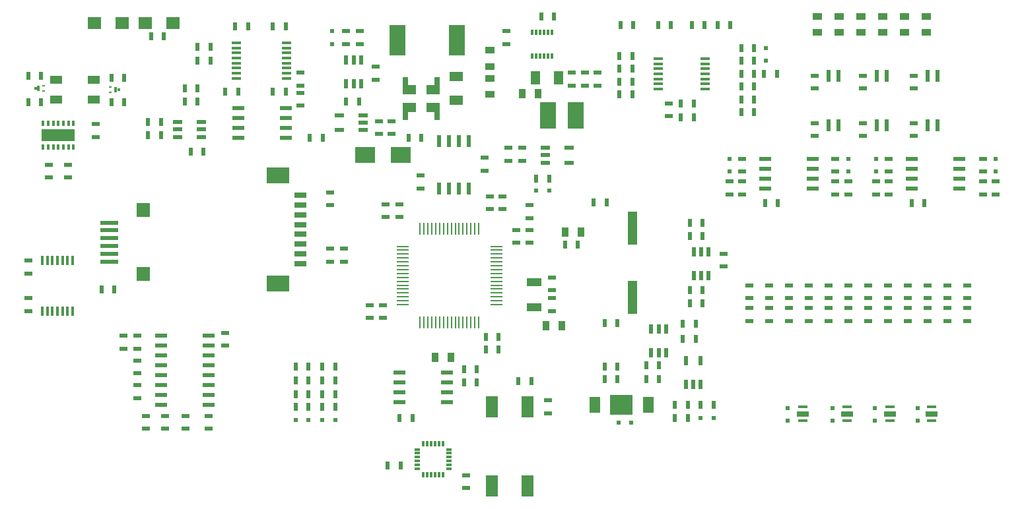
<source format=gbr>
%TF.GenerationSoftware,KiCad,Pcbnew,7.0.8*%
%TF.CreationDate,2024-06-23T22:33:46+02:00*%
%TF.ProjectId,Stima V4 Slave R1_1,5374696d-6120-4563-9420-536c61766520,rev?*%
%TF.SameCoordinates,Original*%
%TF.FileFunction,Paste,Top*%
%TF.FilePolarity,Positive*%
%FSLAX46Y46*%
G04 Gerber Fmt 4.6, Leading zero omitted, Abs format (unit mm)*
G04 Created by KiCad (PCBNEW 7.0.8) date 2024-06-23 22:33:46*
%MOMM*%
%LPD*%
G01*
G04 APERTURE LIST*
%ADD10R,1.500000X2.800000*%
%ADD11R,1.300000X0.400000*%
%ADD12R,0.300000X0.700000*%
%ADD13R,0.700000X0.300000*%
%ADD14R,4.250000X1.650000*%
%ADD15R,0.400000X0.800000*%
%ADD16R,1.200000X0.400000*%
%ADD17R,1.200000X1.800000*%
%ADD18R,1.900000X1.100000*%
%ADD19R,1.200000X0.600000*%
%ADD20R,0.300000X0.800000*%
%ADD21R,0.600000X1.200000*%
%ADD22R,0.400000X1.300000*%
%ADD23R,1.600000X0.600000*%
%ADD24R,0.600000X1.600000*%
%ADD25R,1.500000X0.280000*%
%ADD26R,0.280000X1.500000*%
%ADD27R,1.000000X0.600000*%
%ADD28R,0.600000X1.000000*%
%ADD29R,1.270000X0.900000*%
%ADD30R,1.800000X1.600000*%
%ADD31R,0.700000X2.300000*%
%ADD32R,1.700000X1.300000*%
%ADD33R,1.100000X3.400000*%
%ADD34R,0.980000X3.400000*%
%ADD35R,1.600000X1.000000*%
%ADD36R,1.500000X0.600000*%
%ADD37R,1.800000X1.200000*%
%ADD38R,1.600000X0.800000*%
%ADD39R,3.000000X2.100000*%
%ADD40R,1.400000X2.000000*%
%ADD41R,2.900000X2.500000*%
%ADD42R,1.200000X0.450000*%
%ADD43R,0.600000X0.600000*%
%ADD44R,2.500000X2.000000*%
%ADD45R,0.450000X0.250000*%
%ADD46R,0.400000X0.300000*%
%ADD47R,2.000000X4.000000*%
%ADD48R,0.900000X1.270000*%
%ADD49R,1.200000X4.300000*%
G04 APERTURE END LIST*
D10*
%TO.C,SW1*%
X146215100Y-129006600D03*
X146215100Y-139166600D03*
X150787100Y-129006600D03*
X150787100Y-139166600D03*
%TD*%
D11*
%TO.C,U16*%
X173551100Y-84302600D03*
X173551100Y-84952600D03*
X173551100Y-85602600D03*
X173551100Y-86252600D03*
X173551100Y-86902600D03*
X173551100Y-87552600D03*
X173551100Y-88202600D03*
X167551100Y-88202600D03*
X167551100Y-87552600D03*
X167551100Y-86902600D03*
X167551100Y-86252600D03*
X167551100Y-85602600D03*
X167551100Y-84952600D03*
X167551100Y-84302600D03*
%TD*%
D12*
%TO.C,U11*%
X137440100Y-133717600D03*
X137940100Y-133717600D03*
X138440100Y-133717600D03*
X138940100Y-133717600D03*
X139440100Y-133717600D03*
X139940100Y-133717600D03*
D13*
X140690100Y-134467600D03*
X140690100Y-134967600D03*
X140690100Y-135467600D03*
X140690100Y-135967600D03*
X140690100Y-136467600D03*
X140690100Y-136967590D03*
D12*
X139940100Y-137717600D03*
X139440100Y-137717600D03*
X138940100Y-137717600D03*
X138440100Y-137717600D03*
X137940100Y-137717600D03*
X137440100Y-137717600D03*
D13*
X136690100Y-136967590D03*
X136690100Y-136467600D03*
X136690100Y-135967600D03*
X136690100Y-135467600D03*
X136690100Y-134967600D03*
X136690100Y-134467600D03*
%TD*%
D14*
%TO.C,U4*%
X90634100Y-94105600D03*
D15*
X88684100Y-92605600D03*
X89334100Y-92605600D03*
X89984100Y-92605600D03*
X90634100Y-92605600D03*
X91284100Y-92605600D03*
X91934100Y-92605600D03*
X92584100Y-92605600D03*
X92584100Y-95605600D03*
X91934100Y-95605600D03*
X91284100Y-95605600D03*
X90634100Y-95605600D03*
X89984100Y-95605600D03*
X89334100Y-95605600D03*
X88684100Y-95605600D03*
%TD*%
D16*
%TO.C,U5*%
X113426100Y-82270600D03*
X113426100Y-82920600D03*
X113426100Y-83570600D03*
X113426100Y-84220600D03*
X113426100Y-84870600D03*
X113426100Y-85520600D03*
X113426100Y-86170600D03*
X113426100Y-86820600D03*
X119926100Y-86820600D03*
X119926100Y-86170600D03*
X119926100Y-85520600D03*
X119926100Y-84870600D03*
X119926100Y-84220600D03*
X119926100Y-83570600D03*
X119926100Y-82920600D03*
X119926100Y-82270600D03*
%TD*%
D17*
%TO.C,C82*%
X151803100Y-86715600D03*
X154803100Y-86715600D03*
%TD*%
D18*
%TO.C,X1*%
X151676100Y-112979200D03*
X151676100Y-116179600D03*
%TD*%
D19*
%TO.C,U20*%
X156121100Y-95732600D03*
X156121100Y-97637600D03*
X153073100Y-97632600D03*
X153073100Y-96682600D03*
X153073100Y-95732600D03*
%TD*%
D20*
%TO.C,U19*%
X151422100Y-83921600D03*
X151922100Y-83921600D03*
X152422100Y-83921600D03*
X152922100Y-83921600D03*
X153422100Y-83921600D03*
X153922100Y-83921600D03*
X153922100Y-80921600D03*
X153422100Y-80921600D03*
X152922100Y-80921600D03*
X152422100Y-80921600D03*
X151922100Y-80921600D03*
X151422100Y-80921600D03*
%TD*%
D21*
%TO.C,U18*%
X166667110Y-122021600D03*
X167617110Y-122021600D03*
X168567110Y-122021600D03*
X168572110Y-118973600D03*
X167617110Y-118973600D03*
X166667110Y-118973600D03*
%TD*%
%TO.C,U17*%
X171107100Y-123037600D03*
X173012100Y-123037600D03*
X173007100Y-126085600D03*
X172057100Y-126085600D03*
X171107100Y-126085600D03*
%TD*%
%TO.C,U15*%
X172128100Y-112115600D03*
X173078100Y-112115600D03*
X174028100Y-112115600D03*
X174033100Y-109067600D03*
X173078100Y-109067600D03*
X172128100Y-109067600D03*
%TD*%
D22*
%TO.C,U14*%
X88557100Y-110187600D03*
X89207100Y-110187600D03*
X89857100Y-110187600D03*
X90507100Y-110187600D03*
X91157100Y-110187600D03*
X91807100Y-110187600D03*
X92457100Y-110187600D03*
X92457100Y-116687600D03*
X91807100Y-116687600D03*
X91157100Y-116687600D03*
X90507100Y-116687600D03*
X89857100Y-116687600D03*
X89207100Y-116687600D03*
X88557100Y-116687600D03*
%TD*%
D23*
%TO.C,U13*%
X187363100Y-100939600D03*
X187363100Y-99669600D03*
X187363100Y-98399600D03*
X187363100Y-97129600D03*
X181267100Y-97129600D03*
X181267100Y-98399600D03*
X181267100Y-99669600D03*
X181267100Y-100939600D03*
%TD*%
%TO.C,U12*%
X206159100Y-100939600D03*
X206159100Y-99669600D03*
X206159100Y-98399600D03*
X206159100Y-97129600D03*
X200063100Y-97129600D03*
X200063100Y-98399600D03*
X200063100Y-99669600D03*
X200063100Y-100939600D03*
%TD*%
%TO.C,U10*%
X103778340Y-119881360D03*
X103778340Y-121151360D03*
X103778340Y-122421360D03*
X103778340Y-123691360D03*
X103778340Y-124961360D03*
X103778340Y-126231360D03*
X103778340Y-127501360D03*
X103778340Y-128771360D03*
X109874340Y-128771360D03*
X109874340Y-127501360D03*
X109874340Y-126231360D03*
X109874340Y-124961360D03*
X109874340Y-123691360D03*
X109874340Y-122421360D03*
X109874340Y-121151360D03*
X109874340Y-119881360D03*
%TD*%
D19*
%TO.C,U9*%
X105956100Y-92430600D03*
X105956100Y-93380600D03*
X105956100Y-94330600D03*
X109004100Y-94335600D03*
X109004100Y-93380600D03*
X109004100Y-92430600D03*
%TD*%
D21*
%TO.C,U8*%
X127546100Y-84429600D03*
X128496100Y-84429600D03*
X129451100Y-84429600D03*
X129446100Y-87477600D03*
X128496100Y-87477600D03*
X127546100Y-87477600D03*
%TD*%
D19*
%TO.C,U7*%
X126657100Y-93446600D03*
X126657100Y-91541600D03*
X129705100Y-91546600D03*
X129705100Y-92496600D03*
X129705100Y-93446600D03*
%TD*%
D23*
%TO.C,U6*%
X113703100Y-90652600D03*
X113703100Y-91922600D03*
X113703100Y-93192600D03*
X113703100Y-94462600D03*
X119799100Y-94462600D03*
X119799100Y-93192600D03*
X119799100Y-91922600D03*
X119799100Y-90652600D03*
%TD*%
D24*
%TO.C,U3*%
X139484100Y-100939600D03*
X140754100Y-100939600D03*
X142024100Y-100939600D03*
X143294100Y-100939600D03*
X143294100Y-94843600D03*
X142024100Y-94843600D03*
X140754100Y-94843600D03*
X139484100Y-94843600D03*
%TD*%
D23*
%TO.C,U2*%
X134404100Y-124561600D03*
X134404100Y-125831600D03*
X134404100Y-127101600D03*
X134404100Y-128371600D03*
X140500100Y-128371600D03*
X140500100Y-127101600D03*
X140500100Y-125831600D03*
X140500100Y-124561600D03*
%TD*%
D25*
%TO.C,U1*%
X146785090Y-115885590D03*
X146785090Y-115385600D03*
X146785090Y-114885600D03*
X146785090Y-114385600D03*
X146785090Y-113885600D03*
X146785090Y-113385600D03*
X146785090Y-112885600D03*
X146785090Y-112385600D03*
X146785090Y-111885600D03*
X146785090Y-111385600D03*
X146785090Y-110885600D03*
X146785090Y-110385610D03*
X146785090Y-109885600D03*
X146785090Y-109385600D03*
X146785090Y-108885610D03*
X146785090Y-108385610D03*
D26*
X144535090Y-106135610D03*
X144035090Y-106135610D03*
X143535090Y-106135610D03*
X143035090Y-106135610D03*
X142535090Y-106135610D03*
X142035090Y-106135610D03*
X141535090Y-106135610D03*
X141035090Y-106135610D03*
X140535090Y-106135610D03*
X140035100Y-106135610D03*
X139535100Y-106135610D03*
X139035100Y-106135610D03*
X138535100Y-106135610D03*
X138035100Y-106135610D03*
X137535100Y-106135610D03*
X137035100Y-106135610D03*
D25*
X134785100Y-108385610D03*
X134785100Y-108885610D03*
X134785100Y-109385600D03*
X134785100Y-109885600D03*
X134785100Y-110385610D03*
X134785100Y-110885600D03*
X134785100Y-111385600D03*
X134785100Y-111885600D03*
X134785100Y-112385600D03*
X134785100Y-112885600D03*
X134785100Y-113385600D03*
X134785100Y-113885600D03*
X134785100Y-114385600D03*
X134785100Y-114885600D03*
X134785100Y-115385600D03*
X134785100Y-115885590D03*
D26*
X137035100Y-118135600D03*
X137535100Y-118135600D03*
X138035100Y-118135600D03*
X138535100Y-118135600D03*
X139035100Y-118135600D03*
X139535100Y-118135600D03*
X140035100Y-118135600D03*
X140535090Y-118135600D03*
X141035090Y-118135600D03*
X141535090Y-118135600D03*
X142035090Y-118135600D03*
X142535090Y-118135600D03*
X143035090Y-118135600D03*
X143535090Y-118135600D03*
X144035090Y-118135600D03*
X144535090Y-118135600D03*
%TD*%
D27*
%TO.C,R79*%
X153454100Y-129805100D03*
X153454100Y-128154100D03*
%TD*%
%TO.C,R78*%
X121704100Y-90308100D03*
X121704100Y-88657100D03*
%TD*%
D28*
%TO.C,R77*%
X122861400Y-94461000D03*
X124512400Y-94461000D03*
%TD*%
D27*
%TO.C,R76*%
X121704100Y-86080600D03*
X121704100Y-87731600D03*
%TD*%
D29*
%TO.C,R75*%
X199174100Y-78841600D03*
X199174100Y-80873600D03*
%TD*%
%TO.C,R74*%
X193586100Y-78841600D03*
X193586100Y-80873600D03*
%TD*%
%TO.C,R73*%
X187998100Y-78841600D03*
X187998100Y-80873600D03*
%TD*%
D27*
%TO.C,R72*%
X148120100Y-82416360D03*
X148120100Y-80765360D03*
%TD*%
D29*
%TO.C,R71*%
X145961100Y-86842600D03*
X145961100Y-88874600D03*
%TD*%
D28*
%TO.C,R70*%
X170726100Y-118338600D03*
X172377100Y-118338600D03*
%TD*%
%TO.C,R69*%
X172377100Y-120243600D03*
X170726100Y-120243600D03*
%TD*%
%TO.C,R68*%
X179870100Y-89509600D03*
X178219100Y-89509600D03*
%TD*%
%TO.C,R67*%
X179870100Y-91160600D03*
X178219100Y-91160600D03*
%TD*%
%TO.C,R66*%
X162598100Y-87223600D03*
X164249100Y-87223600D03*
%TD*%
%TO.C,R65*%
X162598100Y-88874600D03*
X164249100Y-88874600D03*
%TD*%
%TO.C,R64*%
X178219100Y-82905600D03*
X179870100Y-82905600D03*
%TD*%
%TO.C,R63*%
X162598100Y-83921600D03*
X164249100Y-83921600D03*
%TD*%
%TO.C,R62*%
X178219100Y-86207600D03*
X179870100Y-86207600D03*
%TD*%
%TO.C,R61*%
X178219100Y-84556600D03*
X179870100Y-84556600D03*
%TD*%
%TO.C,R60*%
X162598100Y-85572600D03*
X164249100Y-85572600D03*
%TD*%
%TO.C,R59*%
X172123100Y-91795600D03*
X170472100Y-91795600D03*
%TD*%
%TO.C,R58*%
X179870100Y-87858600D03*
X178219100Y-87858600D03*
%TD*%
D27*
%TO.C,R57*%
X175933100Y-109321600D03*
X175933100Y-110972600D03*
%TD*%
D28*
%TO.C,R56*%
X159296100Y-102717600D03*
X160947100Y-102717600D03*
%TD*%
D27*
%TO.C,R55*%
X179235100Y-113385600D03*
X179235100Y-115036600D03*
%TD*%
%TO.C,R54*%
X181775100Y-113385600D03*
X181775100Y-115036600D03*
%TD*%
%TO.C,R53*%
X184315100Y-113385600D03*
X184315100Y-115036600D03*
%TD*%
%TO.C,R52*%
X179235100Y-117957600D03*
X179235100Y-116306600D03*
%TD*%
%TO.C,R51*%
X181775100Y-117957600D03*
X181775100Y-116306600D03*
%TD*%
%TO.C,R50*%
X178346100Y-100050600D03*
X178346100Y-101701600D03*
%TD*%
%TO.C,R49*%
X184315100Y-117957600D03*
X184315100Y-116306600D03*
%TD*%
%TO.C,R48*%
X186855100Y-113385600D03*
X186855100Y-115036600D03*
%TD*%
%TO.C,R47*%
X189395100Y-113385600D03*
X189395100Y-115036600D03*
%TD*%
%TO.C,R46*%
X191935100Y-113385600D03*
X191935100Y-115036600D03*
%TD*%
%TO.C,R45*%
X186855100Y-117957600D03*
X186855100Y-116306600D03*
%TD*%
%TO.C,R44*%
X189395100Y-117957600D03*
X189395100Y-116306600D03*
%TD*%
%TO.C,R43*%
X190284100Y-100050600D03*
X190284100Y-101701600D03*
%TD*%
%TO.C,R42*%
X191935100Y-117957600D03*
X191935100Y-116306600D03*
%TD*%
%TO.C,R41*%
X200317100Y-92557600D03*
X200317100Y-94208600D03*
%TD*%
%TO.C,R40*%
X200317100Y-86461600D03*
X200317100Y-88112600D03*
%TD*%
D29*
%TO.C,R39*%
X201968100Y-78841600D03*
X201968100Y-80873600D03*
%TD*%
D27*
%TO.C,R38*%
X194475100Y-113385600D03*
X194475100Y-115036600D03*
%TD*%
%TO.C,R37*%
X197015100Y-113385600D03*
X197015100Y-115036600D03*
%TD*%
%TO.C,R36*%
X199555100Y-113385600D03*
X199555100Y-115036600D03*
%TD*%
%TO.C,R35*%
X194475100Y-117957600D03*
X194475100Y-116306600D03*
%TD*%
%TO.C,R34*%
X197015100Y-117957600D03*
X197015100Y-116306600D03*
%TD*%
%TO.C,R33*%
X193840100Y-92557600D03*
X193840100Y-94208600D03*
%TD*%
%TO.C,R32*%
X197142100Y-100050600D03*
X197142100Y-101701600D03*
%TD*%
%TO.C,R31*%
X199555100Y-117957600D03*
X199555100Y-116306600D03*
%TD*%
%TO.C,R30*%
X193840100Y-86461600D03*
X193840100Y-88112600D03*
%TD*%
D29*
%TO.C,R29*%
X196380100Y-78841600D03*
X196380100Y-80873600D03*
%TD*%
D27*
%TO.C,R28*%
X202095100Y-113385600D03*
X202095100Y-115036600D03*
%TD*%
%TO.C,R27*%
X204635100Y-113385600D03*
X204635100Y-115036600D03*
%TD*%
%TO.C,R26*%
X207175100Y-113385600D03*
X207175100Y-115036600D03*
%TD*%
%TO.C,R25*%
X202095100Y-117957600D03*
X202095100Y-116306600D03*
%TD*%
%TO.C,R24*%
X187617100Y-92557600D03*
X187617100Y-94208600D03*
%TD*%
%TO.C,R23*%
X187617100Y-86461600D03*
X187617100Y-88112600D03*
%TD*%
%TO.C,R22*%
X204635100Y-117957600D03*
X204635100Y-116306600D03*
%TD*%
D29*
%TO.C,R21*%
X190792100Y-78841600D03*
X190792100Y-80873600D03*
%TD*%
D27*
%TO.C,R20*%
X209207100Y-100050600D03*
X209207100Y-101701600D03*
%TD*%
%TO.C,R19*%
X207175100Y-117957600D03*
X207175100Y-116306600D03*
%TD*%
D28*
%TO.C,R18*%
X121069100Y-123799600D03*
X122720100Y-123799600D03*
%TD*%
%TO.C,R17*%
X126149100Y-123799600D03*
X124498100Y-123799600D03*
%TD*%
%TO.C,R16*%
X109258100Y-96240600D03*
X107607100Y-96240600D03*
%TD*%
D27*
%TO.C,R15*%
X131356100Y-85318600D03*
X131356100Y-86969600D03*
%TD*%
D28*
%TO.C,R14*%
X110147100Y-82778600D03*
X108496100Y-82778600D03*
%TD*%
%TO.C,R13*%
X110147100Y-84556600D03*
X108496100Y-84556600D03*
%TD*%
D30*
%TO.C,R12*%
X105321100Y-79730600D03*
X101765100Y-79730600D03*
%TD*%
%TO.C,R11*%
X98844100Y-79730600D03*
X95288100Y-79730600D03*
%TD*%
D28*
%TO.C,R10*%
X160693100Y-118211600D03*
X162344100Y-118211600D03*
%TD*%
D27*
%TO.C,R9*%
X137071100Y-100958360D03*
X137071100Y-99307360D03*
%TD*%
D28*
%TO.C,R8*%
X155613100Y-108178600D03*
X157264100Y-108178600D03*
%TD*%
%TO.C,R7*%
X149644100Y-125704600D03*
X151295100Y-125704600D03*
%TD*%
%TO.C,R6*%
X134404100Y-130403600D03*
X136055100Y-130403600D03*
%TD*%
%TO.C,R5*%
X144310100Y-125831600D03*
X142659100Y-125831600D03*
%TD*%
%TO.C,R4*%
X144310100Y-124180600D03*
X142659100Y-124180600D03*
%TD*%
D27*
%TO.C,R3*%
X127292100Y-110337600D03*
X127292100Y-108686600D03*
%TD*%
%TO.C,R2*%
X125514100Y-110337600D03*
X125514100Y-108686600D03*
%TD*%
%TO.C,R1*%
X125514100Y-101447600D03*
X125514100Y-103098600D03*
%TD*%
D24*
%TO.C,OC3*%
X203365100Y-86461600D03*
X202095100Y-86461600D03*
X202095100Y-92811600D03*
X203365100Y-92811600D03*
%TD*%
%TO.C,OC2*%
X196888100Y-86461600D03*
X195618100Y-86461600D03*
X195618100Y-92811600D03*
X196888100Y-92811600D03*
%TD*%
%TO.C,OC1*%
X190665100Y-86461600D03*
X189395100Y-86461600D03*
X189395100Y-92811600D03*
X190665100Y-92811600D03*
%TD*%
D31*
%TO.C,L3*%
X139230100Y-87731600D03*
D32*
X138722100Y-88239600D03*
X138722100Y-90525600D03*
D31*
X139230100Y-91033600D03*
D32*
X135674100Y-90525600D03*
D31*
X135166100Y-91033600D03*
X135166100Y-87731600D03*
D32*
X135674100Y-88239600D03*
%TD*%
D33*
%TO.C,L2*%
X152946100Y-91541600D03*
D34*
X153962100Y-91541600D03*
X156502100Y-91541600D03*
D33*
X157518100Y-91541600D03*
%TD*%
D35*
%TO.C,L1*%
X90335100Y-86969600D03*
X90335100Y-89509600D03*
X95161100Y-89509600D03*
X95161100Y-86969600D03*
%TD*%
D36*
%TO.C,J6*%
X97574100Y-110337600D03*
X96812100Y-110337600D03*
X97574100Y-109337600D03*
X96812100Y-109337600D03*
X97574100Y-108337600D03*
X96812100Y-108337600D03*
X97574100Y-107337600D03*
X96812100Y-107337600D03*
X97574100Y-106337600D03*
X96812100Y-106337600D03*
X97574100Y-105337600D03*
X96812100Y-105337600D03*
D37*
X101485700Y-103407200D03*
X101485700Y-104042200D03*
X101485700Y-111633000D03*
X101485700Y-112268000D03*
%TD*%
D38*
%TO.C,J1*%
X121704100Y-110591600D03*
X121704100Y-109341600D03*
X121704100Y-108091600D03*
X121704100Y-106841600D03*
X121704100Y-105591600D03*
X121704100Y-104341600D03*
X121704100Y-103091600D03*
X121704100Y-101841600D03*
D39*
X118783100Y-113131600D03*
X118783100Y-99301600D03*
%TD*%
D40*
%TO.C,FIL15*%
X159423100Y-128752600D03*
X166281100Y-128752600D03*
D41*
X162852100Y-128752600D03*
%TD*%
D42*
%TO.C,FIL14*%
X186093100Y-130784600D03*
X186093100Y-129006600D03*
D38*
X186093100Y-129895600D03*
%TD*%
D42*
%TO.C,FIL13*%
X191808100Y-130784600D03*
X191808100Y-129006600D03*
D38*
X191808100Y-129895600D03*
%TD*%
D42*
%TO.C,FIL12*%
X197269100Y-130784600D03*
X197269100Y-129006600D03*
D38*
X197269100Y-129895600D03*
%TD*%
D42*
%TO.C,FIL11*%
X202603100Y-130784600D03*
X202603100Y-129006600D03*
D38*
X202603100Y-129895600D03*
%TD*%
D27*
%TO.C,FIL7*%
X109893100Y-130168360D03*
X109893100Y-131819360D03*
%TD*%
%TO.C,FIL6*%
X104305100Y-130168370D03*
X104305100Y-131819370D03*
%TD*%
%TO.C,FIL5*%
X101892100Y-130168360D03*
X101892100Y-131819360D03*
%TD*%
%TO.C,FIL4*%
X106972100Y-130168370D03*
X106972100Y-131819370D03*
%TD*%
D28*
%TO.C,FIL3*%
X122720100Y-127355600D03*
X121069100Y-127355600D03*
%TD*%
%TO.C,FIL2*%
X124498100Y-127355600D03*
X126149100Y-127355600D03*
%TD*%
D27*
%TO.C,FIL1*%
X151041100Y-103098600D03*
X151041100Y-104749600D03*
%TD*%
D37*
%TO.C,F1*%
X141643100Y-86588600D03*
X141643100Y-89588600D03*
%TD*%
D43*
%TO.C,DZ19*%
X151930100Y-101193600D03*
X153581100Y-101193600D03*
%TD*%
%TO.C,DZ18*%
X164122100Y-131038600D03*
X162471100Y-131038600D03*
%TD*%
%TO.C,DZ17*%
X173012100Y-130403600D03*
X174663100Y-130403600D03*
%TD*%
%TO.C,DZ16*%
X181394100Y-84556600D03*
X181394100Y-82905600D03*
%TD*%
%TO.C,DZ15*%
X176695100Y-97129600D03*
X176695100Y-98780600D03*
%TD*%
%TO.C,DZ14*%
X184188100Y-130784600D03*
X184188100Y-129133600D03*
%TD*%
%TO.C,DZ13*%
X191935100Y-98780600D03*
X191935100Y-97129600D03*
%TD*%
%TO.C,DZ12*%
X189903100Y-130784600D03*
X189903100Y-129133600D03*
%TD*%
%TO.C,DZ11*%
X195491100Y-97129600D03*
X195491100Y-98780600D03*
%TD*%
%TO.C,DZ10*%
X195364100Y-130784600D03*
X195364100Y-129133600D03*
%TD*%
%TO.C,DZ9*%
X210858100Y-98780600D03*
X210858100Y-97129600D03*
%TD*%
%TO.C,DZ8*%
X200825100Y-130784600D03*
X200825100Y-129133600D03*
%TD*%
%TO.C,DZ7*%
X121069100Y-130657600D03*
X122720100Y-130657600D03*
%TD*%
%TO.C,DZ6*%
X126149100Y-130657600D03*
X124498100Y-130657600D03*
%TD*%
%TO.C,DZ5*%
X125768100Y-82397600D03*
X125768100Y-80746600D03*
%TD*%
D44*
%TO.C,DZ3*%
X134531100Y-96621600D03*
X129959100Y-96621600D03*
%TD*%
D45*
%TO.C,DZ2*%
X97320100Y-87960200D03*
X97320100Y-88620600D03*
D15*
X98005900Y-88290400D03*
D46*
X98361500Y-88290400D03*
%TD*%
D45*
%TO.C,DZ1*%
X88760300Y-88442800D03*
X88760300Y-87782400D03*
D15*
X88074500Y-88112600D03*
D46*
X87718900Y-88112600D03*
%TD*%
D29*
%TO.C,DL1*%
X145961100Y-83159600D03*
X145961100Y-85318600D03*
%TD*%
D47*
%TO.C,D1*%
X141770100Y-81889600D03*
X134150100Y-81889600D03*
%TD*%
D27*
%TO.C,C90*%
X159804100Y-86080600D03*
X159804100Y-87731600D03*
%TD*%
%TO.C,C89*%
X158153100Y-86080600D03*
X158153100Y-87731600D03*
%TD*%
%TO.C,C88*%
X156502100Y-86080600D03*
X156502100Y-87731600D03*
%TD*%
D28*
%TO.C,C87*%
X151930100Y-99669600D03*
X153581100Y-99669600D03*
%TD*%
D27*
%TO.C,C86*%
X150152100Y-97383600D03*
X150152100Y-95732600D03*
%TD*%
%TO.C,C85*%
X148374100Y-97383600D03*
X148374100Y-95732600D03*
%TD*%
D28*
%TO.C,C84*%
X154216100Y-78841600D03*
X152565100Y-78841600D03*
%TD*%
%TO.C,C83*%
X137198100Y-94462600D03*
X135547100Y-94462600D03*
%TD*%
D48*
%TO.C,C81*%
X150152100Y-88747600D03*
X152184100Y-88747600D03*
%TD*%
D28*
%TO.C,C80*%
X160693100Y-123799600D03*
X162344100Y-123799600D03*
%TD*%
%TO.C,C79*%
X160693100Y-125450600D03*
X162344100Y-125450600D03*
%TD*%
%TO.C,C78*%
X166027100Y-125450600D03*
X167678100Y-125450600D03*
%TD*%
%TO.C,C77*%
X166027100Y-123672600D03*
X167678100Y-123672600D03*
%TD*%
%TO.C,C76*%
X173012100Y-128752600D03*
X174663100Y-128752600D03*
%TD*%
%TO.C,C75*%
X171361100Y-130403600D03*
X169710100Y-130403600D03*
%TD*%
%TO.C,C74*%
X169710100Y-128752600D03*
X171361100Y-128752600D03*
%TD*%
%TO.C,C73*%
X176822100Y-79984600D03*
X175171100Y-79984600D03*
%TD*%
%TO.C,C72*%
X173520100Y-79984600D03*
X171869100Y-79984600D03*
%TD*%
%TO.C,C71*%
X164376100Y-79984600D03*
X162725100Y-79984600D03*
%TD*%
%TO.C,C70*%
X167551100Y-79984600D03*
X169202100Y-79984600D03*
%TD*%
%TO.C,C69*%
X181140100Y-86207600D03*
X182791100Y-86207600D03*
%TD*%
D27*
%TO.C,C68*%
X168948100Y-90017600D03*
X168948100Y-91668600D03*
%TD*%
D28*
%TO.C,C67*%
X170472100Y-90017600D03*
X172123100Y-90017600D03*
%TD*%
%TO.C,C66*%
X171615100Y-105384600D03*
X173266100Y-105384600D03*
%TD*%
%TO.C,C65*%
X171615100Y-107035600D03*
X173266100Y-107035600D03*
%TD*%
%TO.C,C64*%
X171615100Y-114020600D03*
X173266100Y-114020600D03*
%TD*%
%TO.C,C63*%
X171615100Y-115671600D03*
X173266100Y-115671600D03*
%TD*%
D27*
%TO.C,C62*%
X178346100Y-97129600D03*
X178346100Y-98780600D03*
%TD*%
%TO.C,C61*%
X176695100Y-101701600D03*
X176695100Y-100050600D03*
%TD*%
%TO.C,C60*%
X190284100Y-98780600D03*
X190284100Y-97129600D03*
%TD*%
%TO.C,C59*%
X191935100Y-101701600D03*
X191935100Y-100050600D03*
%TD*%
D28*
%TO.C,C58*%
X181267100Y-102844600D03*
X182918100Y-102844600D03*
%TD*%
D27*
%TO.C,C57*%
X197142100Y-97129600D03*
X197142100Y-98780600D03*
%TD*%
%TO.C,C56*%
X195491100Y-101701600D03*
X195491100Y-100050600D03*
%TD*%
%TO.C,C55*%
X209207100Y-98780600D03*
X209207100Y-97129600D03*
%TD*%
%TO.C,C54*%
X210858100Y-101701600D03*
X210858100Y-100050600D03*
%TD*%
D28*
%TO.C,C53*%
X200063100Y-102844600D03*
X201714100Y-102844600D03*
%TD*%
D27*
%TO.C,C52*%
X86779100Y-110210600D03*
X86779100Y-111861600D03*
%TD*%
%TO.C,C51*%
X86779100Y-116687600D03*
X86779100Y-115036600D03*
%TD*%
D28*
%TO.C,C50*%
X96177100Y-113893600D03*
X97828100Y-113893600D03*
%TD*%
D27*
%TO.C,C49*%
X142913100Y-137769600D03*
X142913100Y-139420600D03*
%TD*%
D28*
%TO.C,C48*%
X134531100Y-136499600D03*
X132880100Y-136499600D03*
%TD*%
D27*
%TO.C,C47*%
X112052100Y-119500370D03*
X112052100Y-121151370D03*
%TD*%
D28*
%TO.C,C46*%
X122720100Y-129006600D03*
X121069100Y-129006600D03*
%TD*%
%TO.C,C45*%
X121069100Y-125577600D03*
X122720100Y-125577600D03*
%TD*%
D27*
%TO.C,C44*%
X100725300Y-127874700D03*
X100725300Y-126223700D03*
%TD*%
%TO.C,C43*%
X100749100Y-124707360D03*
X100749100Y-123056360D03*
%TD*%
%TO.C,C42*%
X98971100Y-121532360D03*
X98971100Y-119881360D03*
%TD*%
D28*
%TO.C,C41*%
X124498100Y-129006600D03*
X126149100Y-129006600D03*
%TD*%
%TO.C,C40*%
X126149100Y-125577600D03*
X124498100Y-125577600D03*
%TD*%
D27*
%TO.C,C39*%
X100749100Y-121532360D03*
X100749100Y-119881360D03*
%TD*%
D28*
%TO.C,C38*%
X108496100Y-88112600D03*
X106845100Y-88112600D03*
%TD*%
%TO.C,C37*%
X108496100Y-89763600D03*
X106845100Y-89763600D03*
%TD*%
%TO.C,C36*%
X103797100Y-94081600D03*
X102146100Y-94081600D03*
%TD*%
%TO.C,C35*%
X103797100Y-92430600D03*
X102146100Y-92430600D03*
%TD*%
%TO.C,C34*%
X127546100Y-89763600D03*
X129197100Y-89763600D03*
%TD*%
D27*
%TO.C,C33*%
X129324100Y-82397600D03*
X129324100Y-80746600D03*
%TD*%
%TO.C,C32*%
X127546100Y-82397600D03*
X127546100Y-80746600D03*
%TD*%
%TO.C,C31*%
X133388100Y-92303600D03*
X133388100Y-93954600D03*
%TD*%
%TO.C,C30*%
X131737100Y-92303600D03*
X131737100Y-93954600D03*
%TD*%
D28*
%TO.C,C29*%
X119799100Y-80111600D03*
X118148100Y-80111600D03*
%TD*%
%TO.C,C28*%
X113322100Y-80111600D03*
X114973100Y-80111600D03*
%TD*%
%TO.C,C27*%
X119799100Y-88493600D03*
X118148100Y-88493600D03*
%TD*%
%TO.C,C26*%
X113703100Y-88493600D03*
X112052100Y-88493600D03*
%TD*%
%TO.C,C25*%
X99098100Y-89890600D03*
X97447100Y-89890600D03*
%TD*%
D27*
%TO.C,C24*%
X95415100Y-94335600D03*
X95415100Y-92684600D03*
%TD*%
%TO.C,C23*%
X89446100Y-99542600D03*
X89446100Y-97891600D03*
%TD*%
%TO.C,C22*%
X91859100Y-97891600D03*
X91859100Y-99542600D03*
%TD*%
D28*
%TO.C,C21*%
X104178100Y-81400360D03*
X102527100Y-81400360D03*
%TD*%
%TO.C,C20*%
X86779100Y-89890600D03*
X88430100Y-89890600D03*
%TD*%
%TO.C,C19*%
X86779100Y-86461600D03*
X88430100Y-86461600D03*
%TD*%
%TO.C,C18*%
X99098100Y-86715600D03*
X97447100Y-86715600D03*
%TD*%
D27*
%TO.C,C17*%
X145326100Y-97002600D03*
X145326100Y-98653600D03*
%TD*%
D49*
%TO.C,C16*%
X164249100Y-106019600D03*
X164249100Y-114909600D03*
%TD*%
D48*
%TO.C,C15*%
X153200100Y-118592600D03*
X155232100Y-118592600D03*
%TD*%
D27*
%TO.C,C14*%
X153962100Y-112369600D03*
X153962100Y-114020600D03*
%TD*%
%TO.C,C13*%
X153962100Y-116687600D03*
X153962100Y-115036600D03*
%TD*%
D48*
%TO.C,C12*%
X155613100Y-106527600D03*
X157645100Y-106527600D03*
%TD*%
D28*
%TO.C,C11*%
X145453100Y-121640600D03*
X147104100Y-121640600D03*
%TD*%
D27*
%TO.C,C10*%
X130594100Y-115925600D03*
X130594100Y-117576600D03*
%TD*%
%TO.C,C9*%
X132626100Y-102971600D03*
X132626100Y-104622600D03*
%TD*%
%TO.C,C8*%
X147612100Y-103606600D03*
X147612100Y-101955600D03*
%TD*%
D28*
%TO.C,C7*%
X147104100Y-119989600D03*
X145453100Y-119989600D03*
%TD*%
D27*
%TO.C,C6*%
X132245100Y-117576600D03*
X132245100Y-115925600D03*
%TD*%
%TO.C,C5*%
X134404100Y-104622600D03*
X134404100Y-102971600D03*
%TD*%
%TO.C,C4*%
X145961100Y-101955600D03*
X145961100Y-103606600D03*
%TD*%
D48*
%TO.C,C3*%
X140984300Y-122655000D03*
X138952300Y-122655000D03*
%TD*%
D27*
%TO.C,C2*%
X151041100Y-106273600D03*
X151041100Y-107924600D03*
%TD*%
%TO.C,C1*%
X149390100Y-106273600D03*
X149390100Y-107924600D03*
%TD*%
M02*

</source>
